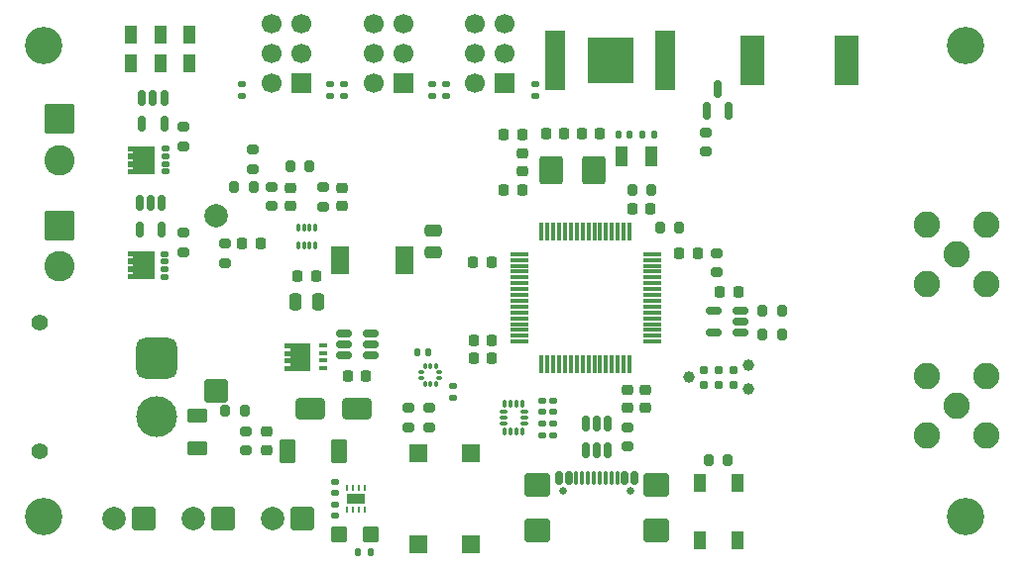
<source format=gbr>
%TF.GenerationSoftware,KiCad,Pcbnew,9.0.6*%
%TF.CreationDate,2026-01-10T10:28:34+02:00*%
%TF.ProjectId,flight_comp,666c6967-6874-45f6-936f-6d702e6b6963,rev?*%
%TF.SameCoordinates,Original*%
%TF.FileFunction,Soldermask,Top*%
%TF.FilePolarity,Negative*%
%FSLAX46Y46*%
G04 Gerber Fmt 4.6, Leading zero omitted, Abs format (unit mm)*
G04 Created by KiCad (PCBNEW 9.0.6) date 2026-01-10 10:28:34*
%MOMM*%
%LPD*%
G01*
G04 APERTURE LIST*
G04 Aperture macros list*
%AMRoundRect*
0 Rectangle with rounded corners*
0 $1 Rounding radius*
0 $2 $3 $4 $5 $6 $7 $8 $9 X,Y pos of 4 corners*
0 Add a 4 corners polygon primitive as box body*
4,1,4,$2,$3,$4,$5,$6,$7,$8,$9,$2,$3,0*
0 Add four circle primitives for the rounded corners*
1,1,$1+$1,$2,$3*
1,1,$1+$1,$4,$5*
1,1,$1+$1,$6,$7*
1,1,$1+$1,$8,$9*
0 Add four rect primitives between the rounded corners*
20,1,$1+$1,$2,$3,$4,$5,0*
20,1,$1+$1,$4,$5,$6,$7,0*
20,1,$1+$1,$6,$7,$8,$9,0*
20,1,$1+$1,$8,$9,$2,$3,0*%
%AMFreePoly0*
4,1,17,1.395000,0.765000,0.855000,0.765000,0.855000,0.535000,1.395000,0.535000,1.395000,0.115000,0.855000,0.115000,0.855000,-0.115000,1.395000,-0.115000,1.395000,-0.535000,0.855000,-0.535000,0.855000,-0.765000,1.395000,-0.765000,1.395000,-1.185000,-0.855000,-1.185000,-0.855000,1.185000,1.395000,1.185000,1.395000,0.765000,1.395000,0.765000,$1*%
%AMFreePoly1*
4,1,17,1.371000,0.720000,0.950000,0.720000,0.950000,0.580000,1.370000,0.580000,1.370000,0.080000,0.950000,0.080000,0.950000,-0.080000,1.370000,-0.080000,1.370000,-0.580000,0.950000,-0.580000,0.950000,-0.720000,1.370000,-0.720000,1.370000,-1.225000,-0.950000,-1.225000,-0.950000,1.225000,1.371000,1.225000,1.371000,0.720000,1.371000,0.720000,$1*%
G04 Aperture macros list end*
%ADD10RoundRect,0.200000X0.275000X-0.200000X0.275000X0.200000X-0.275000X0.200000X-0.275000X-0.200000X0*%
%ADD11RoundRect,0.135000X-0.185000X0.135000X-0.185000X-0.135000X0.185000X-0.135000X0.185000X0.135000X0*%
%ADD12RoundRect,0.135000X0.185000X-0.135000X0.185000X0.135000X-0.185000X0.135000X-0.185000X-0.135000X0*%
%ADD13RoundRect,0.150000X0.150000X-0.587500X0.150000X0.587500X-0.150000X0.587500X-0.150000X-0.587500X0*%
%ADD14RoundRect,0.225000X-0.225000X-0.250000X0.225000X-0.250000X0.225000X0.250000X-0.225000X0.250000X0*%
%ADD15R,1.500000X1.500000*%
%ADD16RoundRect,0.200000X-0.275000X0.200000X-0.275000X-0.200000X0.275000X-0.200000X0.275000X0.200000X0*%
%ADD17C,1.400000*%
%ADD18RoundRect,0.770000X0.980000X-0.980000X0.980000X0.980000X-0.980000X0.980000X-0.980000X-0.980000X0*%
%ADD19C,3.500000*%
%ADD20RoundRect,0.225000X-0.250000X0.225000X-0.250000X-0.225000X0.250000X-0.225000X0.250000X0.225000X0*%
%ADD21RoundRect,0.140000X0.140000X0.170000X-0.140000X0.170000X-0.140000X-0.170000X0.140000X-0.170000X0*%
%ADD22RoundRect,0.105000X0.245000X0.105000X-0.245000X0.105000X-0.245000X-0.105000X0.245000X-0.105000X0*%
%ADD23FreePoly0,180.000000*%
%ADD24C,3.200000*%
%ADD25C,2.250000*%
%ADD26RoundRect,0.218750X-0.256250X0.218750X-0.256250X-0.218750X0.256250X-0.218750X0.256250X0.218750X0*%
%ADD27RoundRect,0.250000X-1.050000X1.050000X-1.050000X-1.050000X1.050000X-1.050000X1.050000X1.050000X0*%
%ADD28C,2.600000*%
%ADD29RoundRect,0.250000X0.750000X0.750000X-0.750000X0.750000X-0.750000X-0.750000X0.750000X-0.750000X0*%
%ADD30C,2.000000*%
%ADD31RoundRect,0.087500X-0.125000X-0.087500X0.125000X-0.087500X0.125000X0.087500X-0.125000X0.087500X0*%
%ADD32RoundRect,0.087500X-0.087500X-0.125000X0.087500X-0.125000X0.087500X0.125000X-0.087500X0.125000X0*%
%ADD33R,1.000000X1.800000*%
%ADD34RoundRect,0.150000X0.150000X-0.512500X0.150000X0.512500X-0.150000X0.512500X-0.150000X-0.512500X0*%
%ADD35RoundRect,0.140000X-0.170000X0.140000X-0.170000X-0.140000X0.170000X-0.140000X0.170000X0.140000X0*%
%ADD36RoundRect,0.125000X0.190000X0.125000X-0.190000X0.125000X-0.190000X-0.125000X0.190000X-0.125000X0*%
%ADD37FreePoly1,180.000000*%
%ADD38RoundRect,0.225000X0.225000X0.250000X-0.225000X0.250000X-0.225000X-0.250000X0.225000X-0.250000X0*%
%ADD39RoundRect,0.200000X0.200000X0.275000X-0.200000X0.275000X-0.200000X-0.275000X0.200000X-0.275000X0*%
%ADD40R,1.000000X1.500000*%
%ADD41RoundRect,0.250000X-0.457500X-0.445000X0.457500X-0.445000X0.457500X0.445000X-0.457500X0.445000X0*%
%ADD42RoundRect,0.218750X0.218750X0.256250X-0.218750X0.256250X-0.218750X-0.256250X0.218750X-0.256250X0*%
%ADD43RoundRect,0.200000X-0.200000X-0.275000X0.200000X-0.275000X0.200000X0.275000X-0.200000X0.275000X0*%
%ADD44RoundRect,0.150000X0.512500X0.150000X-0.512500X0.150000X-0.512500X-0.150000X0.512500X-0.150000X0*%
%ADD45RoundRect,0.140000X0.170000X-0.140000X0.170000X0.140000X-0.170000X0.140000X-0.170000X-0.140000X0*%
%ADD46R,2.000000X4.200000*%
%ADD47R,1.780000X5.080000*%
%ADD48R,3.960000X3.960000*%
%ADD49RoundRect,0.050000X0.100000X-0.285000X0.100000X0.285000X-0.100000X0.285000X-0.100000X-0.285000X0*%
%ADD50R,1.000000X1.600000*%
%ADD51RoundRect,0.087500X0.087500X-0.225000X0.087500X0.225000X-0.087500X0.225000X-0.087500X-0.225000X0*%
%ADD52RoundRect,0.087500X0.225000X-0.087500X0.225000X0.087500X-0.225000X0.087500X-0.225000X-0.087500X0*%
%ADD53RoundRect,0.225000X0.250000X-0.225000X0.250000X0.225000X-0.250000X0.225000X-0.250000X-0.225000X0*%
%ADD54R,1.500000X2.400000*%
%ADD55RoundRect,0.140000X-0.140000X-0.170000X0.140000X-0.170000X0.140000X0.170000X-0.140000X0.170000X0*%
%ADD56RoundRect,0.062500X-0.062500X0.187500X-0.062500X-0.187500X0.062500X-0.187500X0.062500X0.187500X0*%
%ADD57R,1.600000X0.900000*%
%ADD58R,1.700000X1.700000*%
%ADD59C,1.700000*%
%ADD60RoundRect,0.075000X-0.075000X0.700000X-0.075000X-0.700000X0.075000X-0.700000X0.075000X0.700000X0*%
%ADD61RoundRect,0.075000X-0.700000X0.075000X-0.700000X-0.075000X0.700000X-0.075000X0.700000X0.075000X0*%
%ADD62C,0.990600*%
%ADD63C,0.787400*%
%ADD64RoundRect,0.150000X-0.150000X0.512500X-0.150000X-0.512500X0.150000X-0.512500X0.150000X0.512500X0*%
%ADD65RoundRect,0.135000X-0.135000X-0.185000X0.135000X-0.185000X0.135000X0.185000X-0.135000X0.185000X0*%
%ADD66RoundRect,0.250000X-1.000000X-0.650000X1.000000X-0.650000X1.000000X0.650000X-1.000000X0.650000X0*%
%ADD67RoundRect,0.250000X-0.450000X-0.800000X0.450000X-0.800000X0.450000X0.800000X-0.450000X0.800000X0*%
%ADD68RoundRect,0.250000X-0.250000X-0.475000X0.250000X-0.475000X0.250000X0.475000X-0.250000X0.475000X0*%
%ADD69C,0.650000*%
%ADD70RoundRect,0.150000X-0.150000X-0.425000X0.150000X-0.425000X0.150000X0.425000X-0.150000X0.425000X0*%
%ADD71RoundRect,0.075000X-0.075000X-0.500000X0.075000X-0.500000X0.075000X0.500000X-0.075000X0.500000X0*%
%ADD72RoundRect,0.250000X-0.840000X-0.750000X0.840000X-0.750000X0.840000X0.750000X-0.840000X0.750000X0*%
%ADD73RoundRect,0.250000X0.750000X0.950000X-0.750000X0.950000X-0.750000X-0.950000X0.750000X-0.950000X0*%
%ADD74RoundRect,0.250000X0.475000X-0.250000X0.475000X0.250000X-0.475000X0.250000X-0.475000X-0.250000X0*%
%ADD75RoundRect,0.250000X-0.625000X0.375000X-0.625000X-0.375000X0.625000X-0.375000X0.625000X0.375000X0*%
%ADD76RoundRect,0.250000X0.750000X-0.750000X0.750000X0.750000X-0.750000X0.750000X-0.750000X-0.750000X0*%
G04 APERTURE END LIST*
D10*
%TO.C,R33*%
X134830000Y-94650000D03*
X134830000Y-93000000D03*
%TD*%
D11*
%TO.C,R19*%
X112600000Y-88840000D03*
X112600000Y-89860000D03*
%TD*%
D12*
%TO.C,R22*%
X111425000Y-89860000D03*
X111425000Y-88840000D03*
%TD*%
D13*
%TO.C,Q5*%
X134850000Y-91137500D03*
X136750000Y-91137500D03*
X135800000Y-89262500D03*
%TD*%
D14*
%TO.C,C11*%
X136025000Y-106600000D03*
X137575000Y-106600000D03*
%TD*%
D15*
%TO.C,SW1*%
X110275000Y-128250000D03*
X110275000Y-120450000D03*
%TD*%
D16*
%TO.C,R10*%
X96125000Y-94450000D03*
X96125000Y-96100000D03*
%TD*%
D11*
%TO.C,R23*%
X103925000Y-88840000D03*
X103925000Y-89860000D03*
%TD*%
D17*
%TO.C,J3*%
X77875000Y-120300000D03*
X77875000Y-109300000D03*
D18*
X87875000Y-112300000D03*
D19*
X87875000Y-117300000D03*
%TD*%
D20*
%TO.C,C6*%
X128075000Y-115000000D03*
X128075000Y-116550000D03*
%TD*%
D21*
%TO.C,C20*%
X130360000Y-93200000D03*
X129400000Y-93200000D03*
%TD*%
D22*
%TO.C,Q2*%
X102100000Y-113175000D03*
X102100000Y-112525000D03*
X102100000Y-111875000D03*
X102100000Y-111225000D03*
D23*
X100145000Y-112200000D03*
%TD*%
D24*
%TO.C,H1*%
X78200000Y-125850000D03*
%TD*%
D25*
%TO.C,J1*%
X156200000Y-103390000D03*
X158740000Y-100850000D03*
X153660000Y-100850000D03*
X158740000Y-105930000D03*
X153660000Y-105930000D03*
%TD*%
D16*
%TO.C,R15*%
X90192500Y-92525000D03*
X90192500Y-94175000D03*
%TD*%
D26*
%TO.C,L2*%
X119125000Y-94762500D03*
X119125000Y-96337500D03*
%TD*%
D27*
%TO.C,J5*%
X79592500Y-91850000D03*
D28*
X79592500Y-95350000D03*
%TD*%
D29*
%TO.C,J13*%
X86825000Y-126000000D03*
D30*
X84285000Y-126000000D03*
%TD*%
D31*
%TO.C,IC1*%
X110537500Y-113512500D03*
X110537500Y-114012500D03*
D32*
X110800000Y-114525000D03*
X111300000Y-114525000D03*
X111800000Y-114525000D03*
D31*
X112062500Y-114012500D03*
X112062500Y-113512500D03*
D32*
X111800000Y-113000000D03*
X111300000Y-113000000D03*
X110800000Y-113000000D03*
%TD*%
D33*
%TO.C,Y2*%
X130125000Y-95000000D03*
X127625000Y-95000000D03*
%TD*%
D10*
%TO.C,R12*%
X97725000Y-99300000D03*
X97725000Y-97650000D03*
%TD*%
D34*
%TO.C,U8*%
X124525000Y-120162500D03*
X125475000Y-120162500D03*
X126425000Y-120162500D03*
X126425000Y-117887500D03*
X125475000Y-117887500D03*
X124525000Y-117887500D03*
%TD*%
D11*
%TO.C,R20*%
X95200000Y-88840000D03*
X95200000Y-89860000D03*
%TD*%
D35*
%TO.C,C21*%
X103110000Y-122870000D03*
X103110000Y-123830000D03*
%TD*%
D25*
%TO.C,J12*%
X156240000Y-116390000D03*
X158780000Y-113850000D03*
X153700000Y-113850000D03*
X158780000Y-118930000D03*
X153700000Y-118930000D03*
%TD*%
D36*
%TO.C,Q3*%
X88632500Y-96320000D03*
X88632500Y-95680000D03*
X88632500Y-95020000D03*
X88632500Y-94380000D03*
D37*
X86807500Y-95350000D03*
%TD*%
D38*
%TO.C,C31*%
X116500000Y-112350000D03*
X114950000Y-112350000D03*
%TD*%
D12*
%TO.C,R18*%
X120200000Y-89860000D03*
X120200000Y-88840000D03*
%TD*%
D39*
%TO.C,R29*%
X141300000Y-110250000D03*
X139650000Y-110250000D03*
%TD*%
D14*
%TO.C,C27*%
X128550000Y-99550000D03*
X130100000Y-99550000D03*
%TD*%
%TO.C,C26*%
X104225000Y-113800000D03*
X105775000Y-113800000D03*
%TD*%
D35*
%TO.C,C37*%
X121800000Y-115920000D03*
X121800000Y-116880000D03*
%TD*%
D14*
%TO.C,C33*%
X132550000Y-103350000D03*
X134100000Y-103350000D03*
%TD*%
D38*
%TO.C,C29*%
X119100000Y-97950000D03*
X117550000Y-97950000D03*
%TD*%
D40*
%TO.C,D4*%
X137475000Y-122975000D03*
X134275000Y-122975000D03*
X134275000Y-127875000D03*
X137475000Y-127875000D03*
%TD*%
D38*
%TO.C,C28*%
X119100000Y-93150000D03*
X117550000Y-93150000D03*
%TD*%
D10*
%TO.C,R14*%
X128075000Y-119850000D03*
X128075000Y-118200000D03*
%TD*%
D35*
%TO.C,C34*%
X120800000Y-117920000D03*
X120800000Y-118880000D03*
%TD*%
D41*
%TO.C,C24*%
X103450000Y-127350000D03*
X106155000Y-127350000D03*
%TD*%
D42*
%TO.C,D1*%
X96775000Y-102500000D03*
X95200000Y-102500000D03*
%TD*%
D43*
%TO.C,R30*%
X93775000Y-116800000D03*
X95425000Y-116800000D03*
%TD*%
D44*
%TO.C,U5*%
X137737500Y-110150000D03*
X137737500Y-109200000D03*
X137737500Y-108250000D03*
X135462500Y-108250000D03*
X135462500Y-110150000D03*
%TD*%
D45*
%TO.C,C22*%
X103110000Y-125780000D03*
X103110000Y-124820000D03*
%TD*%
D46*
%TO.C,BZ1*%
X146800000Y-86800000D03*
X138800000Y-86800000D03*
%TD*%
D10*
%TO.C,R24*%
X111200000Y-118225000D03*
X111200000Y-116575000D03*
%TD*%
%TO.C,R8*%
X93700000Y-104175000D03*
X93700000Y-102525000D03*
%TD*%
D47*
%TO.C,BT1*%
X121950000Y-86850000D03*
X131350000Y-86850000D03*
D48*
X126650000Y-86850000D03*
%TD*%
D49*
%TO.C,U6*%
X99975000Y-102640000D03*
X100475000Y-102640000D03*
X100975000Y-102640000D03*
X101475000Y-102640000D03*
X101475000Y-101160000D03*
X100975000Y-101160000D03*
X100475000Y-101160000D03*
X99975000Y-101160000D03*
%TD*%
D10*
%TO.C,R13*%
X102125000Y-99325000D03*
X102125000Y-97675000D03*
%TD*%
D44*
%TO.C,U10*%
X106200000Y-112100000D03*
X106200000Y-111150000D03*
X106200000Y-110200000D03*
X103925000Y-110200000D03*
X103925000Y-111150000D03*
X103925000Y-112100000D03*
%TD*%
D20*
%TO.C,C14*%
X97275000Y-118600000D03*
X97275000Y-120150000D03*
%TD*%
D50*
%TO.C,SW3*%
X85700000Y-84650000D03*
X88200000Y-84650000D03*
X90700000Y-84650000D03*
X85700000Y-87050000D03*
X88200000Y-87050000D03*
X90700000Y-87050000D03*
%TD*%
D51*
%TO.C,U13*%
X117650000Y-118562500D03*
X118150000Y-118562500D03*
X118650000Y-118562500D03*
X119150000Y-118562500D03*
D52*
X119312500Y-117900000D03*
X119312500Y-117400000D03*
X119312500Y-116900000D03*
D51*
X119150000Y-116237500D03*
X118650000Y-116237500D03*
X118150000Y-116237500D03*
X117650000Y-116237500D03*
D52*
X117487500Y-116900000D03*
X117487500Y-117400000D03*
X117487500Y-117900000D03*
%TD*%
D29*
%TO.C,J11*%
X93600000Y-126000000D03*
D30*
X91060000Y-126000000D03*
%TD*%
D16*
%TO.C,R16*%
X90192500Y-101575000D03*
X90192500Y-103225000D03*
%TD*%
D53*
%TO.C,C12*%
X99325000Y-99275000D03*
X99325000Y-97725000D03*
%TD*%
D54*
%TO.C,L1*%
X103575000Y-103900000D03*
X109075000Y-103900000D03*
%TD*%
D55*
%TO.C,C23*%
X127320000Y-93200000D03*
X128280000Y-93200000D03*
%TD*%
D16*
%TO.C,R6*%
X135725000Y-103325000D03*
X135725000Y-104975000D03*
%TD*%
D27*
%TO.C,J6*%
X79592500Y-100950000D03*
D28*
X79592500Y-104450000D03*
%TD*%
D24*
%TO.C,H2*%
X78200000Y-85600000D03*
%TD*%
D16*
%TO.C,R31*%
X95475000Y-118550000D03*
X95475000Y-120200000D03*
%TD*%
D56*
%TO.C,IC4*%
X105670000Y-123390000D03*
X105170000Y-123390000D03*
X104670000Y-123390000D03*
X104170000Y-123390000D03*
X104170000Y-125290000D03*
X104670000Y-125290000D03*
X105170000Y-125290000D03*
X105670000Y-125290000D03*
D57*
X104920000Y-124340000D03*
%TD*%
D58*
%TO.C,J9*%
X100275000Y-88740000D03*
D59*
X97735000Y-88740000D03*
X100275000Y-86200000D03*
X97735000Y-86200000D03*
X100275000Y-83660000D03*
X97735000Y-83660000D03*
%TD*%
D60*
%TO.C,U1*%
X128275000Y-101475000D03*
X127775000Y-101475000D03*
X127275000Y-101475000D03*
X126775000Y-101475000D03*
X126275000Y-101475000D03*
X125775000Y-101475000D03*
X125275000Y-101475000D03*
X124775000Y-101475000D03*
X124275000Y-101475000D03*
X123775000Y-101475000D03*
X123275000Y-101475000D03*
X122775000Y-101475000D03*
X122275000Y-101475000D03*
X121775000Y-101475000D03*
X121275000Y-101475000D03*
X120775000Y-101475000D03*
D61*
X118850000Y-103400000D03*
X118850000Y-103900000D03*
X118850000Y-104400000D03*
X118850000Y-104900000D03*
X118850000Y-105400000D03*
X118850000Y-105900000D03*
X118850000Y-106400000D03*
X118850000Y-106900000D03*
X118850000Y-107400000D03*
X118850000Y-107900000D03*
X118850000Y-108400000D03*
X118850000Y-108900000D03*
X118850000Y-109400000D03*
X118850000Y-109900000D03*
X118850000Y-110400000D03*
X118850000Y-110900000D03*
D60*
X120775000Y-112825000D03*
X121275000Y-112825000D03*
X121775000Y-112825000D03*
X122275000Y-112825000D03*
X122775000Y-112825000D03*
X123275000Y-112825000D03*
X123775000Y-112825000D03*
X124275000Y-112825000D03*
X124775000Y-112825000D03*
X125275000Y-112825000D03*
X125775000Y-112825000D03*
X126275000Y-112825000D03*
X126775000Y-112825000D03*
X127275000Y-112825000D03*
X127775000Y-112825000D03*
X128275000Y-112825000D03*
D61*
X130200000Y-110900000D03*
X130200000Y-110400000D03*
X130200000Y-109900000D03*
X130200000Y-109400000D03*
X130200000Y-108900000D03*
X130200000Y-108400000D03*
X130200000Y-107900000D03*
X130200000Y-107400000D03*
X130200000Y-106900000D03*
X130200000Y-106400000D03*
X130200000Y-105900000D03*
X130200000Y-105400000D03*
X130200000Y-104900000D03*
X130200000Y-104400000D03*
X130200000Y-103900000D03*
X130200000Y-103400000D03*
%TD*%
D39*
%TO.C,R11*%
X96150000Y-97675000D03*
X94500000Y-97675000D03*
%TD*%
D14*
%TO.C,C8*%
X121175000Y-93100000D03*
X122725000Y-93100000D03*
%TD*%
D62*
%TO.C,J2*%
X133335000Y-113940000D03*
X138415000Y-112924000D03*
X138415000Y-114956000D03*
D63*
X134605000Y-114575000D03*
X134605000Y-113305000D03*
X135875000Y-114575000D03*
X135875000Y-113305000D03*
X137145000Y-114575000D03*
X137145000Y-113305000D03*
%TD*%
D35*
%TO.C,C35*%
X121800000Y-117920000D03*
X121800000Y-118880000D03*
%TD*%
D64*
%TO.C,U12*%
X88342500Y-99062500D03*
X87392500Y-99062500D03*
X86442500Y-99062500D03*
X86442500Y-101337500D03*
X88342500Y-101337500D03*
%TD*%
D20*
%TO.C,C13*%
X103725000Y-97725000D03*
X103725000Y-99275000D03*
%TD*%
D10*
%TO.C,R25*%
X109400000Y-118225000D03*
X109400000Y-116575000D03*
%TD*%
D24*
%TO.C,H4*%
X156950000Y-125850000D03*
%TD*%
D58*
%TO.C,J8*%
X108950000Y-88740000D03*
D59*
X106410000Y-88740000D03*
X108950000Y-86200000D03*
X106410000Y-86200000D03*
X108950000Y-83660000D03*
X106410000Y-83660000D03*
%TD*%
D64*
%TO.C,U11*%
X88542500Y-90012500D03*
X87592500Y-90012500D03*
X86642500Y-90012500D03*
X86642500Y-92287500D03*
X88542500Y-92287500D03*
%TD*%
D65*
%TO.C,R34*%
X105120000Y-128950000D03*
X106140000Y-128950000D03*
%TD*%
D66*
%TO.C,D3*%
X101000000Y-116600000D03*
X105000000Y-116600000D03*
%TD*%
D29*
%TO.C,J10*%
X100340000Y-126000000D03*
D30*
X97800000Y-126000000D03*
%TD*%
D67*
%TO.C,D6*%
X99110000Y-120260000D03*
X103510000Y-120260000D03*
%TD*%
D43*
%TO.C,R32*%
X130900000Y-101150000D03*
X132550000Y-101150000D03*
%TD*%
D58*
%TO.C,J7*%
X117625000Y-88740000D03*
D59*
X115085000Y-88740000D03*
X117625000Y-86200000D03*
X115085000Y-86200000D03*
X117625000Y-83660000D03*
X115085000Y-83660000D03*
%TD*%
D38*
%TO.C,C32*%
X116475000Y-104100000D03*
X114925000Y-104100000D03*
%TD*%
%TO.C,C7*%
X116500000Y-110750000D03*
X114950000Y-110750000D03*
%TD*%
D39*
%TO.C,R28*%
X141300000Y-108250000D03*
X139650000Y-108250000D03*
%TD*%
D68*
%TO.C,C16*%
X99775000Y-107500000D03*
X101675000Y-107500000D03*
%TD*%
D36*
%TO.C,Q4*%
X88592500Y-105340000D03*
X88592500Y-104700000D03*
X88592500Y-104040000D03*
X88592500Y-103400000D03*
D37*
X86767500Y-104370000D03*
%TD*%
D45*
%TO.C,C2*%
X113200000Y-115680000D03*
X113200000Y-114720000D03*
%TD*%
D43*
%TO.C,R9*%
X99300000Y-95850000D03*
X100950000Y-95850000D03*
%TD*%
D45*
%TO.C,C36*%
X120800000Y-116880000D03*
X120800000Y-115920000D03*
%TD*%
D69*
%TO.C,J4*%
X122585000Y-123620000D03*
X128365000Y-123620000D03*
D70*
X122275000Y-122545000D03*
X123075000Y-122545000D03*
D71*
X124225000Y-122545000D03*
X125225000Y-122545000D03*
X125725000Y-122545000D03*
X126725000Y-122545000D03*
D70*
X127875000Y-122545000D03*
X128675000Y-122545000D03*
X128675000Y-122545000D03*
X127875000Y-122545000D03*
D71*
X127225000Y-122545000D03*
X126225000Y-122545000D03*
X124725000Y-122545000D03*
X123725000Y-122545000D03*
D70*
X123075000Y-122545000D03*
X122275000Y-122545000D03*
D72*
X120365000Y-123120000D03*
X120365000Y-127050000D03*
X130585000Y-123120000D03*
X130585000Y-127050000D03*
%TD*%
D43*
%TO.C,R5*%
X128500000Y-97950000D03*
X130150000Y-97950000D03*
%TD*%
D73*
%TO.C,Y1*%
X125250000Y-96200000D03*
X121550000Y-96200000D03*
%TD*%
D20*
%TO.C,C30*%
X129675000Y-115000000D03*
X129675000Y-116550000D03*
%TD*%
D14*
%TO.C,C17*%
X99950000Y-105300000D03*
X101500000Y-105300000D03*
%TD*%
D21*
%TO.C,C1*%
X111080000Y-111800000D03*
X110120000Y-111800000D03*
%TD*%
D24*
%TO.C,H3*%
X156950000Y-85600000D03*
%TD*%
D74*
%TO.C,C15*%
X111525000Y-103250000D03*
X111525000Y-101350000D03*
%TD*%
D75*
%TO.C,F1*%
X91400000Y-117200000D03*
X91400000Y-120000000D03*
%TD*%
D38*
%TO.C,C9*%
X125725000Y-93100000D03*
X124175000Y-93100000D03*
%TD*%
D43*
%TO.C,R21*%
X135050000Y-121025000D03*
X136700000Y-121025000D03*
%TD*%
D15*
%TO.C,SW2*%
X114700000Y-128250000D03*
X114700000Y-120450000D03*
%TD*%
D12*
%TO.C,R17*%
X102700000Y-89860000D03*
X102700000Y-88840000D03*
%TD*%
D76*
%TO.C,C25*%
X92970000Y-115120000D03*
D30*
X92970000Y-100120000D03*
%TD*%
M02*

</source>
